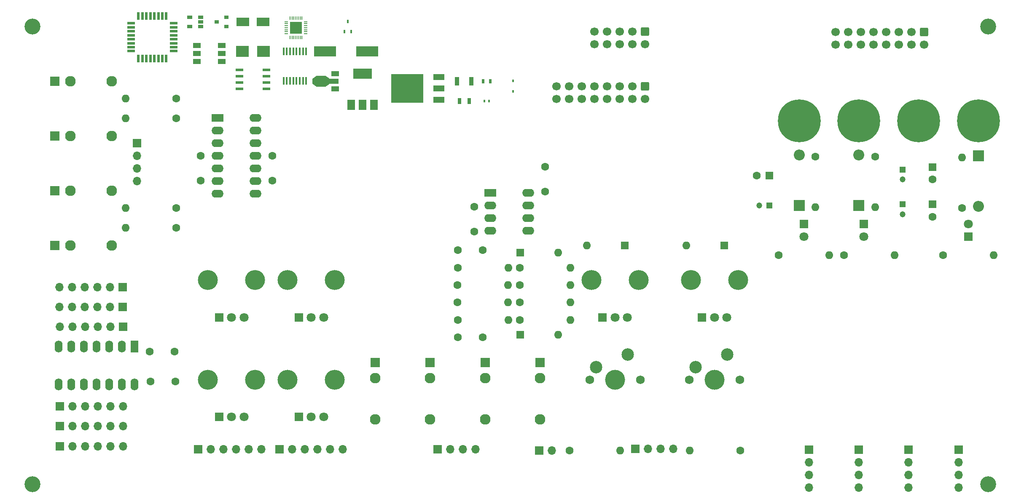
<source format=gts>
G04 #@! TF.GenerationSoftware,KiCad,Pcbnew,8.0.5*
G04 #@! TF.CreationDate,2024-11-03T10:01:33+01:00*
G04 #@! TF.ProjectId,euro-mate,6575726f-2d6d-4617-9465-2e6b69636164,rev?*
G04 #@! TF.SameCoordinates,Original*
G04 #@! TF.FileFunction,Soldermask,Top*
G04 #@! TF.FilePolarity,Negative*
%FSLAX46Y46*%
G04 Gerber Fmt 4.6, Leading zero omitted, Abs format (unit mm)*
G04 Created by KiCad (PCBNEW 8.0.5) date 2024-11-03 10:01:33*
%MOMM*%
%LPD*%
G01*
G04 APERTURE LIST*
G04 Aperture macros list*
%AMRoundRect*
0 Rectangle with rounded corners*
0 $1 Rounding radius*
0 $2 $3 $4 $5 $6 $7 $8 $9 X,Y pos of 4 corners*
0 Add a 4 corners polygon primitive as box body*
4,1,4,$2,$3,$4,$5,$6,$7,$8,$9,$2,$3,0*
0 Add four circle primitives for the rounded corners*
1,1,$1+$1,$2,$3*
1,1,$1+$1,$4,$5*
1,1,$1+$1,$6,$7*
1,1,$1+$1,$8,$9*
0 Add four rect primitives between the rounded corners*
20,1,$1+$1,$2,$3,$4,$5,0*
20,1,$1+$1,$4,$5,$6,$7,0*
20,1,$1+$1,$6,$7,$8,$9,0*
20,1,$1+$1,$8,$9,$2,$3,0*%
%AMOutline4P*
0 Free polygon, 4 corners , with rotation*
0 The origin of the aperture is its center*
0 number of corners: always 4*
0 $1 to $8 corner X, Y*
0 $9 Rotation angle, in degrees counterclockwise*
0 create outline with 4 corners*
4,1,4,$1,$2,$3,$4,$5,$6,$7,$8,$1,$2,$9*%
G04 Aperture macros list end*
%ADD10C,1.600000*%
%ADD11O,1.600000X1.600000*%
%ADD12R,1.830000X1.930000*%
%ADD13C,2.130000*%
%ADD14C,3.200000*%
%ADD15R,0.450000X0.700000*%
%ADD16R,1.700000X1.700000*%
%ADD17O,1.700000X1.700000*%
%ADD18R,1.930000X1.830000*%
%ADD19R,2.500000X2.300000*%
%ADD20C,1.750000*%
%ADD21C,4.000000*%
%ADD22C,2.500000*%
%ADD23R,0.900000X0.800000*%
%ADD24R,2.200000X2.200000*%
%ADD25O,2.200000X2.200000*%
%ADD26RoundRect,0.250000X-0.600000X0.600000X-0.600000X-0.600000X0.600000X-0.600000X0.600000X0.600000X0*%
%ADD27C,1.700000*%
%ADD28R,0.900000X1.700000*%
%ADD29R,1.600000X1.600000*%
%ADD30R,1.500000X2.000000*%
%ADD31R,3.800000X2.000000*%
%ADD32R,0.200000X0.800000*%
%ADD33R,0.800000X0.200000*%
%ADD34R,1.200000X1.200000*%
%ADD35R,1.500000X1.000000*%
%ADD36R,1.800000X1.000000*%
%ADD37Outline4P,-1.100000X-0.500000X1.100000X-0.500000X0.400000X0.500000X-0.400000X0.500000X270.000000*%
%ADD38R,1.840000X2.200000*%
%ADD39Outline4P,-1.100000X-0.425000X1.100000X-0.425000X0.500000X0.425000X-0.500000X0.425000X90.000000*%
%ADD40R,1.060000X0.650000*%
%ADD41R,0.700000X1.300000*%
%ADD42R,1.800000X1.800000*%
%ADD43C,1.800000*%
%ADD44R,1.600000X0.550000*%
%ADD45R,0.550000X1.600000*%
%ADD46C,8.600000*%
%ADD47R,1.550000X0.600000*%
%ADD48C,1.200000*%
%ADD49O,4.000000X4.000000*%
%ADD50R,0.450000X1.500000*%
%ADD51R,1.600000X2.400000*%
%ADD52O,1.600000X2.400000*%
%ADD53R,2.400000X1.600000*%
%ADD54O,2.400000X1.600000*%
%ADD55R,0.450000X0.600000*%
%ADD56R,2.500000X1.800000*%
%ADD57R,2.200000X1.200000*%
%ADD58R,6.400000X5.800000*%
%ADD59R,0.500000X0.900000*%
%ADD60R,0.400000X0.600000*%
%ADD61R,4.500000X2.000000*%
%ADD62R,1.600000X1.000000*%
G04 APERTURE END LIST*
D10*
X82860000Y-90500000D03*
D11*
X72700000Y-90500000D03*
D12*
X58520000Y-76000000D03*
D13*
X69920000Y-76000000D03*
X61620000Y-76000000D03*
D10*
X82860000Y-94500000D03*
D11*
X72700000Y-94500000D03*
D14*
X54000000Y-146000000D03*
D10*
X157000000Y-87170000D03*
X157000000Y-82170000D03*
D15*
X116700000Y-55000000D03*
X118000000Y-55000000D03*
X117350000Y-53000000D03*
D16*
X220000000Y-139080000D03*
D17*
X220000000Y-141620000D03*
X220000000Y-144160000D03*
X220000000Y-146700000D03*
D18*
X144950000Y-121600000D03*
D13*
X144950000Y-133000000D03*
X144950000Y-124700000D03*
D19*
X96150000Y-59035000D03*
X100450000Y-59035000D03*
D20*
X185920000Y-125000000D03*
D21*
X191000000Y-125000000D03*
D20*
X196080000Y-125000000D03*
D22*
X187190000Y-122460000D03*
X193540000Y-119920000D03*
D10*
X77540000Y-119380000D03*
X82540000Y-119380000D03*
D14*
X246000000Y-54000000D03*
D10*
X139370000Y-106000000D03*
D11*
X149530000Y-106000000D03*
D23*
X93000000Y-54000000D03*
X93000000Y-52100000D03*
X91000000Y-53050000D03*
D10*
X139450000Y-116500000D03*
X144450000Y-116500000D03*
X151920000Y-109500000D03*
D11*
X162080000Y-109500000D03*
D24*
X244000000Y-80000000D03*
D25*
X244000000Y-90160000D03*
D26*
X177080000Y-55000000D03*
D27*
X177080000Y-57540000D03*
X174540000Y-55000000D03*
X174540000Y-57540000D03*
X172000000Y-55000000D03*
X172000000Y-57540000D03*
X169460000Y-55000000D03*
X169460000Y-57540000D03*
X166920000Y-55000000D03*
X166920000Y-57540000D03*
D28*
X139300000Y-65000000D03*
X142200000Y-65000000D03*
D16*
X155825000Y-139225000D03*
D17*
X158365000Y-139225000D03*
D29*
X202000000Y-84000000D03*
D10*
X199500000Y-84000000D03*
X142750000Y-90270000D03*
X142750000Y-95270000D03*
D16*
X135380000Y-139000000D03*
D17*
X137920000Y-139000000D03*
X140460000Y-139000000D03*
X143000000Y-139000000D03*
D29*
X173000000Y-98000000D03*
D11*
X165380000Y-98000000D03*
D24*
X220000000Y-90000000D03*
D25*
X220000000Y-79840000D03*
D10*
X151920000Y-106000000D03*
D11*
X162080000Y-106000000D03*
D30*
X118025000Y-69755000D03*
X120325000Y-69755000D03*
X122625000Y-69755000D03*
D31*
X120325000Y-63455000D03*
D10*
X240750000Y-90460000D03*
D11*
X240750000Y-80300000D03*
D16*
X59490000Y-130380000D03*
D17*
X62030000Y-130380000D03*
X64570000Y-130380000D03*
X67110000Y-130380000D03*
X69650000Y-130380000D03*
X72190000Y-130380000D03*
D10*
X139420000Y-113000000D03*
D11*
X149580000Y-113000000D03*
D26*
X233080000Y-55080000D03*
D27*
X233080000Y-57620000D03*
X230540000Y-55080000D03*
X230540000Y-57620000D03*
X228000000Y-55080000D03*
X228000000Y-57620000D03*
X225460000Y-55080000D03*
X225460000Y-57620000D03*
X222920000Y-55080000D03*
X222920000Y-57620000D03*
X220380000Y-55080000D03*
X220380000Y-57620000D03*
X217840000Y-55080000D03*
X217840000Y-57620000D03*
X215300000Y-55080000D03*
X215300000Y-57620000D03*
D29*
X193000000Y-98000000D03*
D11*
X185380000Y-98000000D03*
D32*
X105750000Y-56200000D03*
X106150000Y-56200000D03*
X106550000Y-56200000D03*
X106950000Y-56200000D03*
X107350000Y-56200000D03*
X107750000Y-56200000D03*
X108150000Y-56200000D03*
D33*
X108900000Y-55450000D03*
X108900000Y-55050000D03*
X108900000Y-54650000D03*
X108900000Y-54250000D03*
X108900000Y-53850000D03*
X108900000Y-53450000D03*
X108900000Y-53050000D03*
D32*
X108150000Y-52300000D03*
X107750000Y-52300000D03*
X107350000Y-52300000D03*
X106950000Y-52300000D03*
X106550000Y-52300000D03*
X106150000Y-52300000D03*
X105750000Y-52300000D03*
D33*
X105000000Y-53050000D03*
X105000000Y-53450000D03*
X105000000Y-53850000D03*
X105000000Y-54250000D03*
X105000000Y-54650000D03*
X105000000Y-55050000D03*
X105000000Y-55450000D03*
D34*
X106350000Y-54850000D03*
X107550000Y-54850000D03*
X106350000Y-53650000D03*
X107550000Y-53650000D03*
D10*
X236920000Y-100000000D03*
D11*
X247080000Y-100000000D03*
D35*
X114813500Y-66500000D03*
D36*
X114667000Y-65000000D03*
D37*
X113409700Y-65000000D03*
D38*
X112000000Y-65000000D03*
D39*
X110666500Y-65000000D03*
D35*
X114813500Y-63500000D03*
D40*
X87800000Y-54000000D03*
X87800000Y-53050000D03*
X87800000Y-52100000D03*
X85600000Y-52100000D03*
X85600000Y-54000000D03*
D12*
X58520000Y-65000000D03*
D13*
X69920000Y-65000000D03*
X61620000Y-65000000D03*
D10*
X139420000Y-102500000D03*
D11*
X149580000Y-102500000D03*
D10*
X139450000Y-99000000D03*
X144450000Y-99000000D03*
D16*
X59490000Y-138380000D03*
D17*
X62030000Y-138380000D03*
X64570000Y-138380000D03*
X67110000Y-138380000D03*
X69650000Y-138380000D03*
X72190000Y-138380000D03*
D10*
X82700000Y-125380000D03*
X77700000Y-125380000D03*
D41*
X139800000Y-69000000D03*
X141700000Y-69000000D03*
D29*
X151950000Y-99500000D03*
D11*
X159570000Y-99500000D03*
D42*
X242000000Y-96280000D03*
D43*
X242000000Y-93740000D03*
D12*
X58520000Y-98000000D03*
D13*
X69920000Y-98000000D03*
X61620000Y-98000000D03*
D10*
X161920000Y-139250000D03*
D11*
X172080000Y-139250000D03*
D44*
X82350000Y-58950000D03*
X82350000Y-58150000D03*
X82350000Y-57350000D03*
X82350000Y-56550000D03*
X82350000Y-55750000D03*
X82350000Y-54950000D03*
X82350000Y-54150000D03*
X82350000Y-53350000D03*
D45*
X80900000Y-51900000D03*
X80100000Y-51900000D03*
X79300000Y-51900000D03*
X78500000Y-51900000D03*
X77700000Y-51900000D03*
X76900000Y-51900000D03*
X76100000Y-51900000D03*
X75300000Y-51900000D03*
D44*
X73850000Y-53350000D03*
X73850000Y-54150000D03*
X73850000Y-54950000D03*
X73850000Y-55750000D03*
X73850000Y-56550000D03*
X73850000Y-57350000D03*
X73850000Y-58150000D03*
X73850000Y-58950000D03*
D45*
X75300000Y-60400000D03*
X76100000Y-60400000D03*
X76900000Y-60400000D03*
X77700000Y-60400000D03*
X78500000Y-60400000D03*
X79300000Y-60400000D03*
X80100000Y-60400000D03*
X80900000Y-60400000D03*
D10*
X223250000Y-80140000D03*
D11*
X223250000Y-90300000D03*
D46*
X220000000Y-73000000D03*
D10*
X82860000Y-68500000D03*
D11*
X72700000Y-68500000D03*
D47*
X101000000Y-66540000D03*
X101000000Y-65270000D03*
X101000000Y-64000000D03*
X101000000Y-62730000D03*
X95600000Y-62730000D03*
X95600000Y-64000000D03*
X95600000Y-65270000D03*
X95600000Y-66540000D03*
D10*
X139340000Y-109500000D03*
D11*
X149500000Y-109500000D03*
D10*
X196160000Y-139250000D03*
D11*
X186000000Y-139250000D03*
D34*
X228750000Y-82750000D03*
D48*
X228750000Y-84750000D03*
D16*
X230000000Y-139080000D03*
D17*
X230000000Y-141620000D03*
X230000000Y-144160000D03*
X230000000Y-146700000D03*
D10*
X82860000Y-72500000D03*
D11*
X72700000Y-72500000D03*
D49*
X89250000Y-125000000D03*
X98750000Y-125000000D03*
D42*
X91500000Y-132500000D03*
D43*
X94000000Y-132500000D03*
X96500000Y-132500000D03*
D49*
X166250000Y-105000000D03*
X175750000Y-105000000D03*
D42*
X168500000Y-112500000D03*
D43*
X171000000Y-112500000D03*
X173500000Y-112500000D03*
D10*
X211250000Y-80140000D03*
D11*
X211250000Y-90300000D03*
D16*
X175130000Y-138950000D03*
D17*
X177670000Y-138950000D03*
X180210000Y-138950000D03*
X182750000Y-138950000D03*
D49*
X105250000Y-105000000D03*
X114750000Y-105000000D03*
D42*
X107500000Y-112500000D03*
D43*
X110000000Y-112500000D03*
X112500000Y-112500000D03*
D46*
X244000000Y-73000000D03*
D14*
X246000000Y-146000000D03*
D50*
X104450000Y-64900000D03*
X105100000Y-64900000D03*
X105750000Y-64900000D03*
X106400000Y-64900000D03*
X107050000Y-64900000D03*
X107700000Y-64900000D03*
X108350000Y-64900000D03*
X109000000Y-64900000D03*
X109000000Y-59000000D03*
X108350000Y-59000000D03*
X107700000Y-59000000D03*
X107050000Y-59000000D03*
X106400000Y-59000000D03*
X105750000Y-59000000D03*
X105100000Y-59000000D03*
X104450000Y-59000000D03*
D49*
X186250000Y-105000000D03*
X195750000Y-105000000D03*
D42*
X188500000Y-112500000D03*
D43*
X191000000Y-112500000D03*
X193500000Y-112500000D03*
D34*
X228750000Y-89750000D03*
D48*
X228750000Y-91750000D03*
D16*
X72190000Y-114380000D03*
D17*
X69650000Y-114380000D03*
X67110000Y-114380000D03*
X64570000Y-114380000D03*
X62030000Y-114380000D03*
X59490000Y-114380000D03*
D46*
X208000000Y-73000000D03*
D10*
X216970000Y-100000000D03*
D11*
X227130000Y-100000000D03*
D51*
X74540000Y-118380000D03*
D52*
X72000000Y-118380000D03*
X69460000Y-118380000D03*
X66920000Y-118380000D03*
X64380000Y-118380000D03*
X61840000Y-118380000D03*
X59300000Y-118380000D03*
X59300000Y-126000000D03*
X61840000Y-126000000D03*
X64380000Y-126000000D03*
X66920000Y-126000000D03*
X69460000Y-126000000D03*
X72000000Y-126000000D03*
X74540000Y-126000000D03*
D10*
X203920000Y-100000000D03*
D11*
X214080000Y-100000000D03*
D18*
X156000000Y-121600000D03*
D13*
X156000000Y-133000000D03*
X156000000Y-124700000D03*
D16*
X72140000Y-106380000D03*
D17*
X69600000Y-106380000D03*
X67060000Y-106380000D03*
X64520000Y-106380000D03*
X61980000Y-106380000D03*
X59440000Y-106380000D03*
D53*
X146000000Y-87420000D03*
D54*
X146000000Y-89960000D03*
X146000000Y-92500000D03*
X146000000Y-95040000D03*
X153620000Y-95040000D03*
X153620000Y-92500000D03*
X153620000Y-89960000D03*
X153620000Y-87420000D03*
D53*
X91200000Y-72375000D03*
D54*
X91200000Y-74915000D03*
X91200000Y-77455000D03*
X91200000Y-79995000D03*
X91200000Y-82535000D03*
X91200000Y-85075000D03*
X91200000Y-87615000D03*
X98820000Y-87615000D03*
X98820000Y-85075000D03*
X98820000Y-82535000D03*
X98820000Y-79995000D03*
X98820000Y-77455000D03*
X98820000Y-74915000D03*
X98820000Y-72375000D03*
D46*
X232000000Y-73000000D03*
D42*
X209000000Y-93730000D03*
D43*
X209000000Y-96270000D03*
D10*
X151920000Y-102500000D03*
D11*
X162080000Y-102500000D03*
D16*
X103675000Y-138975000D03*
D17*
X106215000Y-138975000D03*
X108755000Y-138975000D03*
X111295000Y-138975000D03*
X113835000Y-138975000D03*
X116375000Y-138975000D03*
D16*
X210000000Y-139080000D03*
D17*
X210000000Y-141620000D03*
X210000000Y-144160000D03*
X210000000Y-146700000D03*
D24*
X208000000Y-90000000D03*
D25*
X208000000Y-79840000D03*
D55*
X150500000Y-67050000D03*
X150500000Y-64950000D03*
D42*
X221000000Y-93730000D03*
D43*
X221000000Y-96270000D03*
D49*
X105250000Y-125000000D03*
X114750000Y-125000000D03*
D42*
X107500000Y-132500000D03*
D43*
X110000000Y-132500000D03*
X112500000Y-132500000D03*
D56*
X100300000Y-53035000D03*
X96300000Y-53035000D03*
D57*
X135625000Y-68755000D03*
X135625000Y-66475000D03*
D58*
X129325000Y-66475000D03*
D57*
X135625000Y-64195000D03*
D14*
X54000000Y-54000000D03*
D59*
X146000000Y-65000000D03*
X144500000Y-65000000D03*
D60*
X145700000Y-69000000D03*
X144800000Y-69000000D03*
D16*
X72140000Y-110380000D03*
D17*
X69600000Y-110380000D03*
X67060000Y-110380000D03*
X64520000Y-110380000D03*
X61980000Y-110380000D03*
X59440000Y-110380000D03*
D18*
X133900000Y-121600000D03*
D13*
X133900000Y-133000000D03*
X133900000Y-124700000D03*
D34*
X202000000Y-90000000D03*
D48*
X200000000Y-90000000D03*
D16*
X87300000Y-139000000D03*
D17*
X89840000Y-139000000D03*
X92380000Y-139000000D03*
X94920000Y-139000000D03*
X97460000Y-139000000D03*
X100000000Y-139000000D03*
D26*
X177080000Y-66000000D03*
D27*
X177080000Y-68540000D03*
X174540000Y-66000000D03*
X174540000Y-68540000D03*
X172000000Y-66000000D03*
X172000000Y-68540000D03*
X169460000Y-66000000D03*
X169460000Y-68540000D03*
X166920000Y-66000000D03*
X166920000Y-68540000D03*
X164380000Y-66000000D03*
X164380000Y-68540000D03*
X161840000Y-66000000D03*
X161840000Y-68540000D03*
X159300000Y-66000000D03*
X159300000Y-68540000D03*
D12*
X58520000Y-87000000D03*
D13*
X69920000Y-87000000D03*
X61620000Y-87000000D03*
D16*
X75000000Y-77460000D03*
D17*
X75000000Y-80000000D03*
X75000000Y-82540000D03*
X75000000Y-85080000D03*
D10*
X151920000Y-113000000D03*
D11*
X162080000Y-113000000D03*
D18*
X122850000Y-121600000D03*
D13*
X122850000Y-133000000D03*
X122850000Y-124700000D03*
D16*
X59490000Y-134380000D03*
D17*
X62030000Y-134380000D03*
X64570000Y-134380000D03*
X67110000Y-134380000D03*
X69650000Y-134380000D03*
X72190000Y-134380000D03*
D10*
X87800000Y-80000000D03*
X87800000Y-85000000D03*
D16*
X240000000Y-139080000D03*
D17*
X240000000Y-141620000D03*
X240000000Y-144160000D03*
X240000000Y-146700000D03*
D29*
X151950000Y-116000000D03*
D11*
X159570000Y-116000000D03*
D61*
X121250000Y-59000000D03*
X112750000Y-59000000D03*
D49*
X89250000Y-105000000D03*
X98750000Y-105000000D03*
D42*
X91500000Y-112500000D03*
D43*
X94000000Y-112500000D03*
X96500000Y-112500000D03*
D62*
X92000000Y-61000000D03*
X92000000Y-59400000D03*
X92000000Y-57800000D03*
X87000000Y-57800000D03*
X87000000Y-59400000D03*
X87000000Y-61000000D03*
D10*
X102200000Y-85000000D03*
X102200000Y-80000000D03*
D29*
X234750000Y-82250000D03*
D10*
X234750000Y-84750000D03*
D20*
X165920000Y-125000000D03*
D21*
X171000000Y-125000000D03*
D20*
X176080000Y-125000000D03*
D22*
X167190000Y-122460000D03*
X173540000Y-119920000D03*
D29*
X234750000Y-89750000D03*
D10*
X234750000Y-92250000D03*
M02*

</source>
